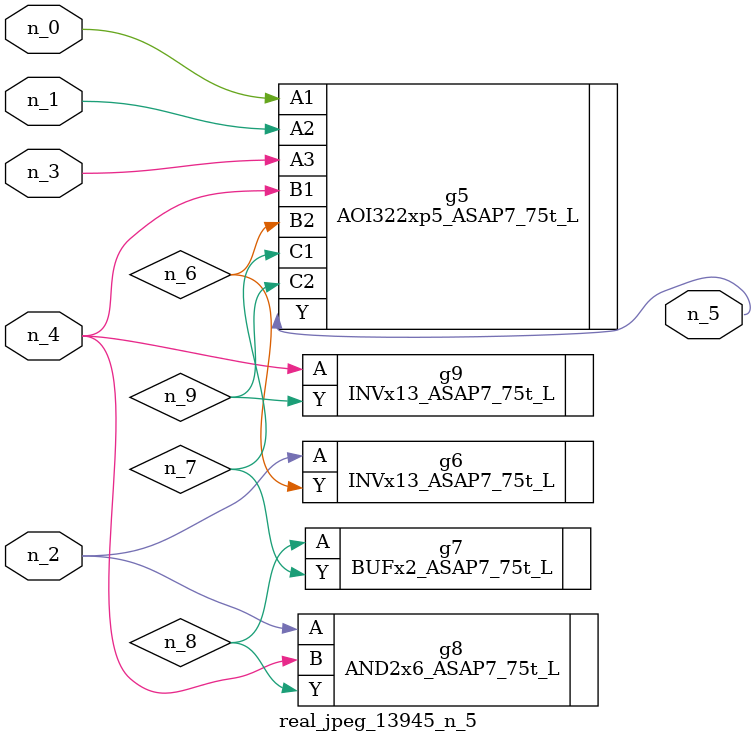
<source format=v>
module real_jpeg_13945_n_5 (n_4, n_0, n_1, n_2, n_3, n_5);

input n_4;
input n_0;
input n_1;
input n_2;
input n_3;

output n_5;

wire n_8;
wire n_6;
wire n_7;
wire n_9;

AOI322xp5_ASAP7_75t_L g5 ( 
.A1(n_0),
.A2(n_1),
.A3(n_3),
.B1(n_4),
.B2(n_6),
.C1(n_7),
.C2(n_9),
.Y(n_5)
);

INVx13_ASAP7_75t_L g6 ( 
.A(n_2),
.Y(n_6)
);

AND2x6_ASAP7_75t_L g8 ( 
.A(n_2),
.B(n_4),
.Y(n_8)
);

INVx13_ASAP7_75t_L g9 ( 
.A(n_4),
.Y(n_9)
);

BUFx2_ASAP7_75t_L g7 ( 
.A(n_8),
.Y(n_7)
);


endmodule
</source>
